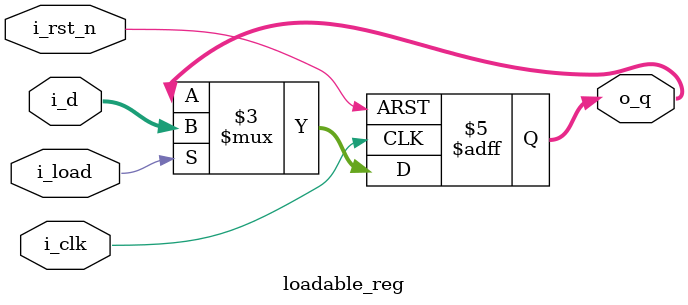
<source format=v>
module loadable_reg #(
	parameter WIDTH = 8
)(
	input				i_clk,
	input				i_rst_n,
	input				i_load,
	input		[WIDTH-1:0]	i_d,
	output	reg	[WIDTH-1:0]	o_q
);
	always @(posedge i_clk or negedge i_rst_n) begin
		if(!i_rst_n)
			o_q <= {WIDTH{1'b0}};
		else if(i_load)
			o_q <= i_d;
	end

endmodule

</source>
